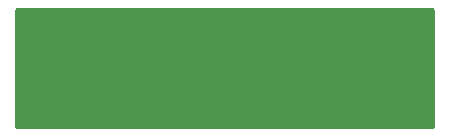
<source format=gbr>
%TF.GenerationSoftware,KiCad,Pcbnew,(6.0.10)*%
%TF.CreationDate,2023-05-27T15:44:21+03:00*%
%TF.ProjectId,BPF_5,4250465f-352e-46b6-9963-61645f706362,rev?*%
%TF.SameCoordinates,Original*%
%TF.FileFunction,Copper,L3,Inr*%
%TF.FilePolarity,Positive*%
%FSLAX46Y46*%
G04 Gerber Fmt 4.6, Leading zero omitted, Abs format (unit mm)*
G04 Created by KiCad (PCBNEW (6.0.10)) date 2023-05-27 15:44:21*
%MOMM*%
%LPD*%
G01*
G04 APERTURE LIST*
%TA.AperFunction,ViaPad*%
%ADD10C,0.800000*%
%TD*%
G04 APERTURE END LIST*
D10*
%TO.N,GND*%
X125500000Y-79000000D03*
X129000000Y-79000000D03*
X127250000Y-79000000D03*
X125500000Y-84000000D03*
X129000000Y-84000000D03*
X127250000Y-84000000D03*
X156500000Y-84000000D03*
X160000000Y-84000000D03*
X158250000Y-84000000D03*
X156500000Y-79000000D03*
X160000000Y-79000000D03*
X158250000Y-79000000D03*
X131750000Y-84500000D03*
X132750000Y-84500000D03*
X133750000Y-84500000D03*
X134750000Y-84500000D03*
X153250000Y-84500000D03*
X142250000Y-84500000D03*
X151250000Y-84500000D03*
X152250000Y-84500000D03*
X154250000Y-84500000D03*
X141250000Y-84500000D03*
X144250000Y-84500000D03*
X143250000Y-84500000D03*
%TD*%
%TA.AperFunction,Conductor*%
%TO.N,GND*%
G36*
X160433621Y-76278502D02*
G01*
X160480114Y-76332158D01*
X160491500Y-76384500D01*
X160491500Y-86365500D01*
X160471498Y-86433621D01*
X160417842Y-86480114D01*
X160365500Y-86491500D01*
X125134500Y-86491500D01*
X125066379Y-86471498D01*
X125019886Y-86417842D01*
X125008500Y-86365500D01*
X125008500Y-76384500D01*
X125028502Y-76316379D01*
X125082158Y-76269886D01*
X125134500Y-76258500D01*
X160365500Y-76258500D01*
X160433621Y-76278502D01*
G37*
%TD.AperFunction*%
%TD*%
M02*

</source>
